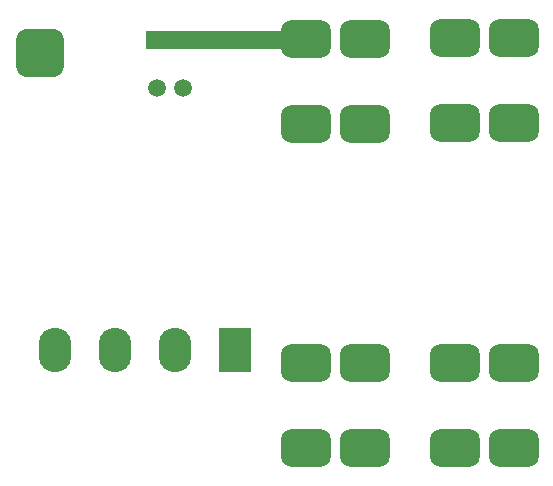
<source format=gbr>
G04 Layer_Color=16711935*
%FSLAX25Y25*%
%MOIN*%
%TF.FileFunction,Soldermask,Bot*%
%TF.Part,Single*%
G01*
G75*
%TA.AperFunction,ConnectorPad*%
%ADD56C,0.05906*%
%TA.AperFunction,ConnectorPad*%
G04:AMPARAMS|DCode=57|XSize=161.42mil|YSize=161.42mil|CornerRadius=41.34mil|HoleSize=0mil|Usage=FLASHONLY|Rotation=180.000|XOffset=0mil|YOffset=0mil|HoleType=Round|Shape=RoundedRectangle|*
%AMROUNDEDRECTD57*
21,1,0.16142,0.07874,0,0,180.0*
21,1,0.07874,0.16142,0,0,180.0*
1,1,0.08268,-0.03937,0.03937*
1,1,0.08268,0.03937,0.03937*
1,1,0.08268,0.03937,-0.03937*
1,1,0.08268,-0.03937,-0.03937*
%
%ADD57ROUNDEDRECTD57*%
%TA.AperFunction,ViaPad*%
%ADD58O,0.10800X0.14800*%
%TA.AperFunction,ViaPad*%
%ADD59R,0.10800X0.14800*%
%TA.AperFunction,ViaPad*%
G04:AMPARAMS|DCode=60|XSize=165.48mil|YSize=126.11mil|CornerRadius=33.53mil|HoleSize=0mil|Usage=FLASHONLY|Rotation=0.000|XOffset=0mil|YOffset=0mil|HoleType=Round|Shape=RoundedRectangle|*
%AMROUNDEDRECTD60*
21,1,0.16548,0.05906,0,0,0.0*
21,1,0.09843,0.12611,0,0,0.0*
1,1,0.06706,0.04921,-0.02953*
1,1,0.06706,-0.04921,-0.02953*
1,1,0.06706,-0.04921,0.02953*
1,1,0.06706,0.04921,0.02953*
%
%ADD60ROUNDEDRECTD60*%
%ADD61R,0.60500X0.06000*%
D56*
X410000Y336000D02*
D03*
X401500D02*
D03*
D57*
X362500Y347500D02*
D03*
D58*
X367500Y248500D02*
D03*
X387500D02*
D03*
X407500D02*
D03*
D59*
X427500D02*
D03*
D60*
X500658Y244173D02*
D03*
X520342D02*
D03*
Y215827D02*
D03*
X500658D02*
D03*
X451158Y244173D02*
D03*
X470843D02*
D03*
Y215827D02*
D03*
X451158D02*
D03*
Y352173D02*
D03*
X470843D02*
D03*
Y323827D02*
D03*
X451158D02*
D03*
X500658Y352673D02*
D03*
X520342D02*
D03*
Y324327D02*
D03*
X500658D02*
D03*
D61*
X428250Y352000D02*
D03*
%TF.MD5,34FC9040C7DEBBA334B28EB045B600B1*%
M02*

</source>
